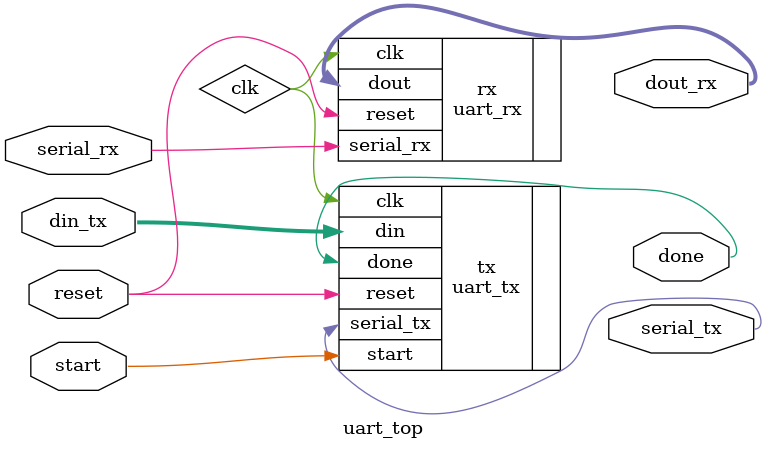
<source format=sv>
`timescale 1ns/1ps
module uart_top #(
    // 5 to 9 data bits
    parameter DATA_WIDTH=8,
    // baud rate
    parameter CLKS_PER_BIT=87
  )(
    //input logic clk,
    input logic reset,
    input logic start,
    input logic serial_rx,
    input logic [(DATA_WIDTH-1):0] din_tx,
    output logic [(DATA_WIDTH-1):0] dout_rx,
    output logic serial_tx,
    output logic done
  );
  uart_tx #(
            .DATA_WIDTH(DATA_WIDTH),
            .CLKS_PER_BIT(CLKS_PER_BIT)
          )
          tx (
            .clk (clk),
            .reset (reset),
            .start (start),
            .din (din_tx),
            .serial_tx(serial_tx),
            .done (done)
          );
  uart_rx #(
            .DATA_WIDTH(DATA_WIDTH),
            .CLKS_PER_BIT(CLKS_PER_BIT)
          )
          rx (
            .clk (clk),
            .reset (reset),
            .serial_rx(serial_rx),
            .dout (dout_rx)
          );
endmodule

</source>
